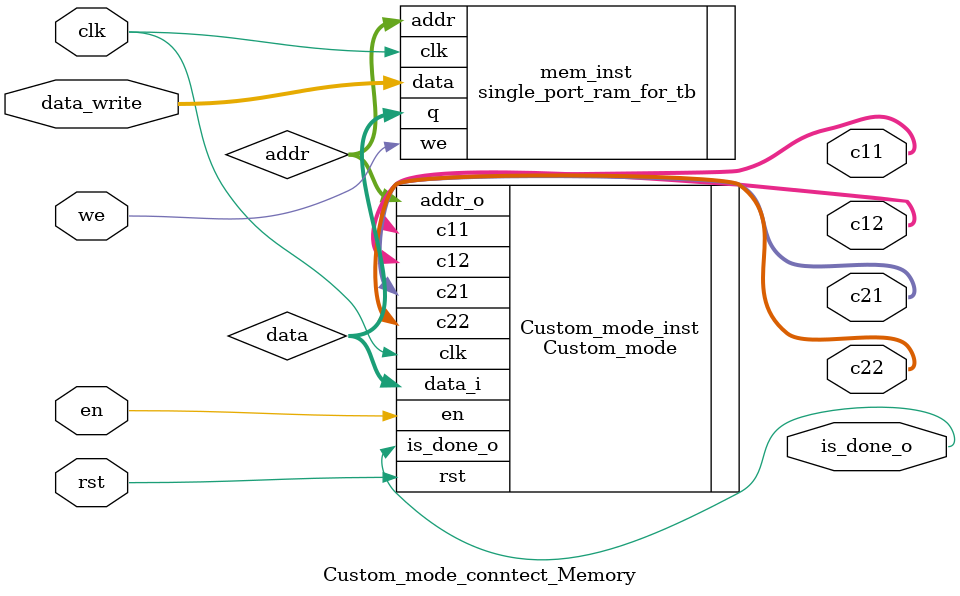
<source format=v>
module Custom_mode_conntect_Memory(
    
    input           clk,
    input           rst,
    input           en,
    input           we,
    input   [7:0]   data_write,
    
    output          is_done_o,
    output  [7:0]   c11,
    output  [7:0]   c12,
    output  [7:0]   c21,
    output  [7:0]   c22
    
);

    wire    [7:0]   data;
    wire    [5:0]   addr;

    Custom_mode Custom_mode_inst(
        .clk        (clk),      // from fsm
        .rst        (rst),      // from fsm
        .en         (en),       // from fsm
        
        .data_i     (data),     // from memory
        
        .addr_o     (addr),     // to memory
        
        .c11        (c11),
        .c12        (c12),
        .c21        (c21),
        .c22        (c22),
        
        .is_done_o  (is_done_o)      // to fsm
    );

    single_port_ram_for_tb mem_inst(
        .data       (data_write),   // from fsm
        .addr       (addr),         // from custom_mode
        .we         (we),           // from fsm
        .clk        (clk),
        .q          (data)          // to custom_mode
    );



    endmodule
</source>
